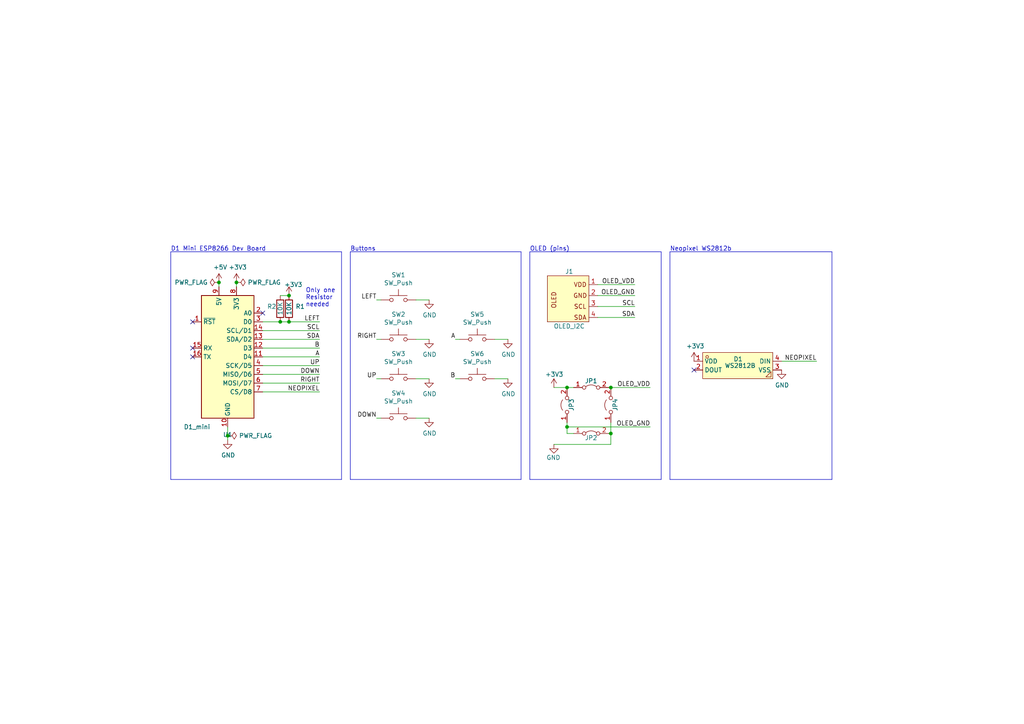
<source format=kicad_sch>
(kicad_sch (version 20230121) (generator eeschema)
  (paper "A4")
  (title_block (title "Hackheld Vega II") (date "2023-02-26") (rev "1") (company "Spacehuhn Technologies") (comment 1 "Designed with <3 by Stefan"))
  (lib_symbols
    (symbol "Device:R" (pin_numbers hide) (pin_names (offset 0))
      (property "Reference" "R" (at 2.032 0 90))
      (property "Value" "R" (at 0 0 90))
      (symbol "R_0_1"
        (rectangle (start -1.016 -2.54) (end 1.016 2.54) (stroke (width 0.254)))
      )
      (symbol "R_1_1"
        (pin passive line (at 0 3.81 270) (length 1.27) (name "~") (number "1"))
        (pin passive line (at 0 -3.81 90) (length 1.27) (name "~") (number "2"))
      )
    )
    (symbol "_mykicadlib:D1_Mini_ESP8266"
      (property "Reference" "U1" (at 0 -22.5806 0))
      (property "Value" "D1_mini" (at -8.89 -20.32 0))
      (symbol "D1_Mini_ESP8266_1_1"
        (rectangle (start -7.62 17.78) (end 7.62 -17.78) (stroke (width 0.254)) (fill (type background)))
        (pin input line (at -10.16 10.16 0) (length 2.54) (name "~{RST}") (number "1"))
        (pin power_in line (at 0 -20.32 90) (length 2.54) (name "GND") (number "10"))
        (pin bidirectional line (at 10.16 0 180) (length 2.54) (name "D4") (number "11"))
        (pin bidirectional line (at 10.16 2.54 180) (length 2.54) (name "D3") (number "12"))
        (pin bidirectional line (at 10.16 5.08 180) (length 2.54) (name "SDA/D2") (number "13"))
        (pin bidirectional line (at 10.16 7.62 180) (length 2.54) (name "SCL/D1") (number "14"))
        (pin input line (at -10.16 2.54 0) (length 2.54) (name "RX") (number "15"))
        (pin output line (at -10.16 0 0) (length 2.54) (name "TX") (number "16"))
        (pin input line (at 10.16 12.7 180) (length 2.54) (name "A0") (number "2"))
        (pin bidirectional line (at 10.16 10.16 180) (length 2.54) (name "D0") (number "3"))
        (pin bidirectional line (at 10.16 -2.54 180) (length 2.54) (name "SCK/D5") (number "4"))
        (pin bidirectional line (at 10.16 -5.08 180) (length 2.54) (name "MISO/D6") (number "5"))
        (pin bidirectional line (at 10.16 -7.62 180) (length 2.54) (name "MOSI/D7") (number "6"))
        (pin bidirectional line (at 10.16 -10.16 180) (length 2.54) (name "CS/D8") (number "7"))
        (pin power_out line (at 2.54 20.32 270) (length 2.54) (name "3V3") (number "8"))
        (pin power_in line (at -2.54 20.32 270) (length 2.54) (name "5V") (number "9"))
      )
    )
    (symbol "_mykicadlib:Jumper_Bridged" (pin_names (offset 0) hide) (in_bom no)
      (property "Reference" "JP2" (at 0 1.905 0))
      (symbol "Jumper_Bridged_0_0"
        (circle (center -2.032 0) (radius 0.508))
        (circle (center 2.032 0) (radius 0.508))
      )
      (symbol "Jumper_Bridged_0_1"
        (arc (start 1.524 0.254) (mid 0 0.762) (end -1.524 0.254))
      )
      (symbol "Jumper_Bridged_1_1"
        (pin passive line (at -5.08 0 0) (length 2.54) (name "A") (number "1"))
        (pin passive line (at 5.08 0 180) (length 2.54) (name "B") (number "2"))
      )
    )
    (symbol "_mykicadlib:Jumper_Open" (pin_names (offset 0) hide) (in_bom no)
      (property "Reference" "JP" (at 0 2.794 0))
      (symbol "Jumper_Open_0_0"
        (circle (center -2.032 0) (radius 0.508))
        (circle (center 2.032 0) (radius 0.508))
      )
      (symbol "Jumper_Open_0_1"
        (arc (start 1.524 1.27) (mid 0 1.778) (end -1.524 1.27))
      )
      (symbol "Jumper_Open_1_1"
        (pin passive line (at -5.08 0 0) (length 2.54) (name "A") (number "1"))
        (pin passive line (at 5.08 0 180) (length 2.54) (name "B") (number "2"))
      )
    )
    (symbol "_mykicadlib:OLED_I2C" (pin_names (offset 1.016) hide)
      (property "Reference" "J" (at 0 8.255 0))
      (property "Value" "OLED_I2C" (at 0 -7.62 0))
      (symbol "OLED_I2C_0_1"
        (rectangle (start -6.35 6.985) (end 5.715 -6.35) (fill (type background)))
        (text "GND" (at 3.175 1.27 0) (effects (font (size 1.27 1.27))))
        (text "OLED" (at -4.445 0 900) (effects (font (size 1.27 1.27))))
        (text "SCL" (at 3.175 -1.905 0) (effects (font (size 1.27 1.27))))
        (text "SDA" (at 3.175 -5.08 0) (effects (font (size 1.27 1.27))))
        (text "VDD" (at 3.175 4.445 0) (effects (font (size 1.27 1.27))))
      )
      (symbol "OLED_I2C_1_1"
        (pin power_in line (at 8.255 4.445 180) (length 2.54) (name "VDD") (number "1"))
        (pin power_in line (at 8.255 1.27 180) (length 2.54) (name "GND") (number "2"))
        (pin input line (at 8.255 -1.905 180) (length 2.54) (name "SCL") (number "3"))
        (pin input line (at 8.255 -5.08 180) (length 2.54) (name "SDA") (number "4"))
      )
    )
    (symbol "_mykicadlib:SW_TC-1102_6mm_THT" (pin_numbers hide) (pin_names (offset 1.016) hide)
      (property "Reference" "SW" (at 1.27 2.54 0))
      (property "Value" "Button_6mm_THT" (at 0 -1.524 0))
      (symbol "SW_TC-1102_6mm_THT_0_1"
        (circle (center -2.032 0) (radius 0.508))
        (polyline (pts (xy 0 1.27) (xy 0 3.048)))
        (polyline (pts (xy 2.54 1.27) (xy -2.54 1.27)))
        (circle (center 2.032 0) (radius 0.508))
        (pin passive line (at -5.08 0 0) (length 2.54) (name "A") (number "1"))
        (pin passive line (at 5.08 0 180) (length 2.54) (name "B") (number "2"))
      )
    )
    (symbol "_mykicadlib:WS2812B-5050"
      (property "Reference" "D1" (at -1.27 1.905 0))
      (property "Value" "WS2812B" (at -3.81 0 0))
      (symbol "WS2812B-5050_0_1"
        (rectangle (start -10.16 3.81) (end 10.16 -3.81) (fill (type background)))
        (circle (center -8.89 2.54) (radius 0.38))
        (polyline (pts (xy 9.65 -1.78) (xy 9.65 -3.3) (xy 8.13 -3.3) (xy 9.65 -1.78)) (fill (type background)))
        (pin unspecified line (at -12.7 1.27 0) (length 2.54) (name "VDD") (number "1"))
        (pin unspecified line (at -12.7 -1.27 0) (length 2.54) (name "DOUT") (number "2"))
        (pin unspecified line (at 12.7 -1.27 180) (length 2.54) (name "VSS") (number "3"))
        (pin unspecified line (at 12.7 1.27 180) (length 2.54) (name "DIN") (number "4"))
      )
    )
    (symbol "power:+3V3" (power) (pin_names (offset 0))
      (property "Value" "+3V3" (at 0 3.556 0))
      (symbol "+3V3_0_1"
        (polyline (pts (xy -0.762 1.27) (xy 0 2.54)))
        (polyline (pts (xy 0 0) (xy 0 2.54)))
        (polyline (pts (xy 0 2.54) (xy 0.762 1.27)))
      )
      (symbol "+3V3_1_1"
        (pin power_in line (at 0 0 90) (length 0) hide (name "+3V3") (number "1"))
      )
    )
    (symbol "power:+5V" (power) (pin_names (offset 0))
      (property "Value" "+5V" (at 0 3.556 0))
      (symbol "+5V_0_1"
        (polyline (pts (xy -0.762 1.27) (xy 0 2.54)))
        (polyline (pts (xy 0 0) (xy 0 2.54)))
        (polyline (pts (xy 0 2.54) (xy 0.762 1.27)))
      )
      (symbol "+5V_1_1"
        (pin power_in line (at 0 0 90) (length 0) hide (name "+5V") (number "1"))
      )
    )
    (symbol "power:GND" (power) (pin_names (offset 0))
      (property "Value" "GND" (at 0 -3.81 0))
      (symbol "GND_0_1"
        (polyline (pts (xy 0 0) (xy 0 -1.27) (xy 1.27 -1.27) (xy 0 -2.54) (xy -1.27 -1.27) (xy 0 -1.27)))
      )
      (symbol "GND_1_1"
        (pin power_in line (at 0 0 270) (length 0) hide (name "GND") (number "1"))
      )
    )
    (symbol "power:PWR_FLAG" (power) (pin_numbers hide) (pin_names (offset 0) hide)
      (property "Value" "PWR_FLAG" (at 0 3.81 0))
      (symbol "PWR_FLAG_0_0"
        (pin power_out line (at 0 0 90) (length 0) (name "pwr") (number "1"))
      )
      (symbol "PWR_FLAG_0_1"
        (polyline (pts (xy 0 0) (xy 0 1.27) (xy -1.016 1.905) (xy 0 2.54) (xy 1.016 1.905) (xy 0 1.27)))
      )
    )
  )
  (junction (at 81.28 93.345))
  (junction (at 83.82 85.725))
  (junction (at 177.165 125.73))
  (junction (at 177.165 112.395))
  (junction (at 68.58 81.915))
  (junction (at 164.465 123.825))
  (junction (at 63.5 81.915))
  (junction (at 164.465 112.395))
  (junction (at 83.82 93.345))
  (junction (at 66.04 126.365))
  (no_connect (at 55.88 93.345))
  (no_connect (at 201.295 107.315))
  (no_connect (at 55.88 100.965))
  (no_connect (at 55.88 103.505))
  (no_connect (at 76.2 90.805))
  (wire (pts (xy 176.53 112.395) (xy 177.165 112.395)))
  (polyline (pts (xy 101.6 73.025) (xy 151.13 73.025)))
  (wire (pts (xy 76.2 98.425) (xy 92.71 98.425)))
  (wire (pts (xy 147.32 98.425) (xy 143.51 98.425)))
  (wire (pts (xy 66.04 127.635) (xy 66.04 126.365)))
  (polyline (pts (xy 99.06 73.025) (xy 99.06 139.065)))
  (wire (pts (xy 173.355 92.075) (xy 184.15 92.075)))
  (polyline (pts (xy 151.13 73.025) (xy 151.13 139.065)))
  (polyline (pts (xy 151.13 139.065) (xy 101.6 139.065)))
  (wire (pts (xy 164.465 123.825) (xy 164.465 122.555)))
  (polyline (pts (xy 153.67 139.065) (xy 191.77 139.065)))
  (wire (pts (xy 83.82 93.345) (xy 92.71 93.345)))
  (wire (pts (xy 176.53 125.73) (xy 177.165 125.73)))
  (polyline (pts (xy 153.67 73.025) (xy 153.67 139.065)))
  (polyline (pts (xy 59.69 73.025) (xy 60.325 73.025)))
  (wire (pts (xy 124.46 86.995) (xy 120.65 86.995)))
  (wire (pts (xy 133.35 109.855) (xy 132.08 109.855)))
  (wire (pts (xy 173.355 85.725) (xy 184.15 85.725)))
  (wire (pts (xy 173.355 82.55) (xy 184.15 82.55)))
  (wire (pts (xy 63.5 83.185) (xy 63.5 81.915)))
  (wire (pts (xy 76.2 113.665) (xy 92.71 113.665)))
  (wire (pts (xy 177.165 122.555) (xy 177.165 125.73)))
  (wire (pts (xy 226.695 104.775) (xy 236.855 104.775)))
  (wire (pts (xy 124.46 98.425) (xy 120.65 98.425)))
  (wire (pts (xy 160.655 112.395) (xy 164.465 112.395)))
  (wire (pts (xy 164.465 112.395) (xy 166.37 112.395)))
  (wire (pts (xy 173.355 88.9) (xy 184.15 88.9)))
  (polyline (pts (xy 49.53 73.025) (xy 59.69 73.025)))
  (wire (pts (xy 66.04 126.365) (xy 66.04 123.825)))
  (wire (pts (xy 164.465 125.73) (xy 166.37 125.73)))
  (wire (pts (xy 133.35 98.425) (xy 132.08 98.425)))
  (wire (pts (xy 164.465 125.73) (xy 164.465 123.825)))
  (polyline (pts (xy 59.69 73.025) (xy 99.06 73.025)))
  (wire (pts (xy 76.2 100.965) (xy 92.71 100.965)))
  (polyline (pts (xy 191.77 139.065) (xy 191.77 73.025)))
  (wire (pts (xy 76.2 95.885) (xy 92.71 95.885)))
  (polyline (pts (xy 194.31 73.025) (xy 194.31 139.065)))
  (wire (pts (xy 124.46 109.855) (xy 120.65 109.855)))
  (wire (pts (xy 76.2 93.345) (xy 81.28 93.345)))
  (polyline (pts (xy 101.6 139.065) (xy 101.6 73.025)))
  (polyline (pts (xy 99.06 139.065) (xy 49.53 139.065)))
  (wire (pts (xy 147.32 109.855) (xy 143.51 109.855)))
  (polyline (pts (xy 49.53 139.065) (xy 49.53 73.025)))
  (wire (pts (xy 110.49 98.425) (xy 109.22 98.425)))
  (wire (pts (xy 76.2 108.585) (xy 92.71 108.585)))
  (polyline (pts (xy 194.31 139.065) (xy 241.3 139.065)))
  (polyline (pts (xy 241.3 139.065) (xy 241.3 73.025)))
  (wire (pts (xy 177.165 125.73) (xy 177.165 128.905)))
  (wire (pts (xy 124.46 121.285) (xy 120.65 121.285)))
  (wire (pts (xy 68.58 83.185) (xy 68.58 81.915)))
  (wire (pts (xy 81.28 85.725) (xy 83.82 85.725)))
  (wire (pts (xy 110.49 86.995) (xy 109.22 86.995)))
  (wire (pts (xy 76.2 106.045) (xy 92.71 106.045)))
  (polyline (pts (xy 194.31 73.025) (xy 241.3 73.025)))
  (wire (pts (xy 110.49 121.285) (xy 109.22 121.285)))
  (wire (pts (xy 160.655 128.905) (xy 177.165 128.905)))
  (wire (pts (xy 177.165 112.395) (xy 188.595 112.395)))
  (wire (pts (xy 81.28 93.345) (xy 83.82 93.345)))
  (wire (pts (xy 76.2 111.125) (xy 92.71 111.125)))
  (wire (pts (xy 76.2 103.505) (xy 92.71 103.505)))
  (polyline (pts (xy 191.77 73.025) (xy 153.67 73.025)))
  (wire (pts (xy 164.465 123.825) (xy 188.595 123.825)))
  (wire (pts (xy 110.49 109.855) (xy 109.22 109.855)))
  (text "OLED (pins)" (at 153.67 73.025 0) (effects (font (size 1.27 1.27)) (justify left bottom)))
  (text "D1 Mini ESP8266 Dev Board" (at 49.53 73.025 0) (effects (font (size 1.27 1.27)) (justify left bottom)))
  (text "Neopixel WS2812b" (at 194.31 73.025 0) (effects (font (size 1.27 1.27)) (justify left bottom)))
  (text "Buttons" (at 101.6 73.025 0) (effects (font (size 1.27 1.27)) (justify left bottom)))
  (text "Only one \nResistor\nneeded" (at 88.646 89.154 0) (effects (font (size 1.27 1.27)) (justify left bottom)))
  (label "A" (at 92.71 103.505 180))
  (label "B" (at 92.71 100.965 180))
  (label "RIGHT" (at 109.22 98.425 180))
  (label "A" (at 132.08 98.425 180))
  (label "LEFT" (at 109.22 86.995 180))
  (label "OLED_GND" (at 188.595 123.825 180))
  (label "SDA" (at 184.15 92.075 180))
  (label "UP" (at 109.22 109.855 180))
  (label "OLED_VDD" (at 188.595 112.395 180))
  (label "SCL" (at 184.15 88.9 180))
  (label "SCL" (at 92.71 95.885 180))
  (label "UP" (at 92.71 106.045 180))
  (label "OLED_VDD" (at 184.15 82.55 180))
  (label "NEOPIXEL" (at 236.855 104.775 180))
  (label "LEFT" (at 92.71 93.345 180))
  (label "DOWN" (at 109.22 121.285 180))
  (label "DOWN" (at 92.71 108.585 180))
  (label "NEOPIXEL" (at 92.71 113.665 180))
  (label "B" (at 132.08 109.855 180))
  (label "OLED_GND" (at 184.15 85.725 180))
  (label "RIGHT" (at 92.71 111.125 180))
  (label "SDA" (at 92.71 98.425 180))
  (symbol (lib_id "_mykicadlib:OLED_I2C") (at 165.1 86.995 0) (unit 1)
    (property "Reference" "J1" (at 165.1 78.74 0))
    (property "Value" "OLED_I2C" (at 165.1 94.615 0))
    (property "Footprint" "_mykicadlib:OLED_I2C_1.3" (effects hide))
  )
  (symbol (lib_id "power:GND") (at 124.46 109.855 0) (unit 1)
    (property "Reference" "#PWR08" (effects hide))
    (property "Value" "GND" (at 124.587 114.2492 0))
  )
  (symbol (lib_id "power:GND") (at 124.46 121.285 0) (unit 1)
    (property "Reference" "#PWR09" (effects hide))
    (property "Value" "GND" (at 124.587 125.6792 0))
  )
  (symbol (lib_id "_mykicadlib:D1_Mini_ESP8266") (at 66.04 103.505 0) (unit 1)
    (property "Reference" "U1" (at 66.04 126.0856 0))
    (property "Value" "D1_mini" (at 57.15 123.825 0))
    (property "Footprint" "_mykicadlib:D1_mini_ESP8266" (effects hide))
    (property "Datasheet" "https://wiki.wemos.cc/products:d1:d1_mini#documentation" (effects hide))
  )
  (symbol (lib_id "power:GND") (at 147.32 98.425 0) (unit 1)
    (property "Reference" "#PWR06" (effects hide))
    (property "Value" "GND" (at 147.447 102.8192 0))
  )
  (symbol (lib_id "power:GND") (at 147.32 109.855 0) (unit 1)
    (property "Reference" "#PWR07" (effects hide))
    (property "Value" "GND" (at 147.447 114.2492 0))
  )
  (symbol (lib_id "power:GND") (at 124.46 98.425 0) (unit 1)
    (property "Reference" "#PWR05" (effects hide))
    (property "Value" "GND" (at 124.587 102.8192 0))
  )
  (symbol (lib_id "power:GND") (at 124.46 86.995 0) (unit 1)
    (property "Reference" "#PWR04" (effects hide))
    (property "Value" "GND" (at 124.587 91.3892 0))
  )
  (symbol (lib_id "power:GND") (at 160.655 128.905 0) (unit 1)
    (property "Reference" "#PWR011" (effects hide))
    (property "Value" "GND" (at 162.56 132.715 0) (effects (justify right)))
  )
  (symbol (lib_id "power:+3V3") (at 160.655 112.395 0) (unit 1)
    (property "Reference" "#PWR010" (effects hide))
    (property "Value" "+3V3" (at 158.115 108.585 0) (effects (justify left)))
  )
  (symbol (lib_id "_mykicadlib:WS2812B-5050") (at 213.995 106.045 0) (unit 1)
    (property "Reference" "D1" (at 212.725 104.14 0) (effects (justify left)))
    (property "Value" "WS2812B" (at 210.185 106.045 0) (effects (justify left)))
    (property "Footprint" "_mykicadlib:LED-SMD_4P-L5.0-W5.0-BL_TC5050RGB-handsolder" (effects hide))
    (property "Datasheet" "https://lcsc.com/product-detail/Light-Emitting-Diodes-LED_5050-RGBIntegrated-Light-4Pin_C114586.html" (effects hide))
    (property "MPN" "C114586" (effects hide))
  )
  (symbol (lib_id "power:GND") (at 226.695 107.315 0) (unit 1)
    (property "Reference" "#PWR013" (effects hide))
    (property "Value" "GND" (at 226.822 111.7092 0))
  )
  (symbol (lib_id "_mykicadlib:SW_TC-1102_6mm_THT") (at 115.57 86.995 0) (unit 1)
    (property "Reference" "SW1" (at 115.57 79.756 0))
    (property "Value" "SW_Push" (at 115.57 82.0674 0))
    (property "Footprint" "_mykicadlib:SW-KEY-TH_4P-L6.0-W6.0-P4.50-LS6.5" (effects hide))
    (property "Datasheet" "https://datasheet.lcsc.com/lcsc/2110151630_XKB-Connectivity-TC-1102-B-C-B_C381013.pdf" (effects hide))
    (property "LCSC Part" "C381013" (effects hide))
    (property "MPN" "C381013" (effects hide))
  )
  (symbol (lib_id "_mykicadlib:SW_TC-1102_6mm_THT") (at 115.57 98.425 0) (unit 1)
    (property "Reference" "SW2" (at 115.57 91.186 0))
    (property "Value" "SW_Push" (at 115.57 93.4974 0))
    (property "Footprint" "_mykicadlib:SW-KEY-TH_4P-L6.0-W6.0-P4.50-LS6.5" (effects hide))
    (property "Datasheet" "https://datasheet.lcsc.com/lcsc/2110151630_XKB-Connectivity-TC-1102-B-C-B_C381013.pdf" (effects hide))
    (property "LCSC Part" "C381013" (effects hide))
    (property "MPN" "C381013" (effects hide))
  )
  (symbol (lib_id "_mykicadlib:SW_TC-1102_6mm_THT") (at 115.57 121.285 0) (unit 1)
    (property "Reference" "SW4" (at 115.57 114.046 0))
    (property "Value" "SW_Push" (at 115.57 116.3574 0))
    (property "Footprint" "_mykicadlib:SW-KEY-TH_4P-L6.0-W6.0-P4.50-LS6.5" (effects hide))
    (property "Datasheet" "https://datasheet.lcsc.com/lcsc/2110151630_XKB-Connectivity-TC-1102-B-C-B_C381013.pdf" (effects hide))
    (property "LCSC Part" "C381013" (effects hide))
    (property "MPN" "C381013" (effects hide))
  )
  (symbol (lib_id "_mykicadlib:SW_TC-1102_6mm_THT") (at 115.57 109.855 0) (unit 1)
    (property "Reference" "SW3" (at 115.57 102.616 0))
    (property "Value" "SW_Push" (at 115.57 104.9274 0))
    (property "Footprint" "_mykicadlib:SW-KEY-TH_4P-L6.0-W6.0-P4.50-LS6.5" (effects hide))
    (property "Datasheet" "https://datasheet.lcsc.com/lcsc/2110151630_XKB-Connectivity-TC-1102-B-C-B_C381013.pdf" (effects hide))
    (property "LCSC Part" "C381013" (effects hide))
    (property "MPN" "C381013" (effects hide))
  )
  (symbol (lib_id "_mykicadlib:SW_TC-1102_6mm_THT") (at 138.43 98.425 0) (unit 1)
    (property "Reference" "SW5" (at 138.43 91.186 0))
    (property "Value" "SW_Push" (at 138.43 93.4974 0))
    (property "Footprint" "_mykicadlib:SW-KEY-TH_4P-L6.0-W6.0-P4.50-LS6.5" (effects hide))
    (property "Datasheet" "https://datasheet.lcsc.com/lcsc/2110151630_XKB-Connectivity-TC-1102-B-C-B_C381013.pdf" (effects hide))
    (property "MPN" "C381013" (effects hide))
  )
  (symbol (lib_id "_mykicadlib:SW_TC-1102_6mm_THT") (at 138.43 109.855 0) (unit 1)
    (property "Reference" "SW6" (at 138.43 102.616 0))
    (property "Value" "SW_Push" (at 138.43 104.9274 0))
    (property "Footprint" "_mykicadlib:SW-KEY-TH_4P-L6.0-W6.0-P4.50-LS6.5" (effects hide))
    (property "Datasheet" "https://datasheet.lcsc.com/lcsc/2110151630_XKB-Connectivity-TC-1102-B-C-B_C381013.pdf" (effects hide))
    (property "LCSC Part" "C381013" (effects hide))
    (property "MPN" "C381013" (effects hide))
  )
  (symbol (lib_id "power:+5V") (at 63.5 81.915 0) (unit 1)
    (property "Reference" "#PWR016" (effects hide))
    (property "Value" "+5V" (at 63.881 77.5208 0))
  )
  (symbol (lib_id "power:GND") (at 66.04 127.635 0) (unit 1)
    (property "Reference" "#PWR017" (effects hide))
    (property "Value" "GND" (at 66.167 132.0292 0))
  )
  (symbol (lib_id "power:PWR_FLAG") (at 63.5 81.915 90) (unit 1)
    (property "Reference" "#FLG01" (effects hide))
    (property "Value" "PWR_FLAG" (at 60.2742 81.915 90) (effects (justify left)))
  )
  (symbol (lib_id "power:PWR_FLAG") (at 66.04 126.365 270) (unit 1)
    (property "Reference" "#FLG02" (effects hide))
    (property "Value" "PWR_FLAG" (at 69.2912 126.365 90) (effects (justify left)))
  )
  (symbol (lib_id "power:PWR_FLAG") (at 68.58 81.915 270) (unit 1)
    (property "Reference" "#FLG03" (effects hide))
    (property "Value" "PWR_FLAG" (at 71.8312 81.915 90) (effects (justify left)))
  )
  (symbol (lib_id "power:+3V3") (at 68.58 81.915 0) (unit 1)
    (property "Reference" "#PWR018" (effects hide))
    (property "Value" "+3V3" (at 68.961 77.5208 0))
  )
  (symbol (lib_id "_mykicadlib:Jumper_Open") (at 164.465 117.475 90) (unit 1) (in_bom no)
    (property "Reference" "JP3" (at 165.735 115.57 0) (effects (justify right)))
    (property "Value" "Jumper_2_Open" (effects hide))
    (property "Footprint" "_mykicadlib:SolderJumper_Open" (effects hide))
  )
  (symbol (lib_id "_mykicadlib:Jumper_Bridged") (at 171.45 125.73 0) (unit 1) (in_bom no)
    (property "Reference" "JP2" (at 171.45 127 0))
    (property "Value" "Jumper_2_Bridged" (effects hide))
    (property "Footprint" "_mykicadlib:Bridge" (effects hide))
  )
  (symbol (lib_id "power:+3V3") (at 201.295 104.775 0) (unit 1)
    (property "Reference" "#PWR012" (effects hide))
    (property "Value" "+3V3" (at 201.676 100.3808 0))
  )
  (symbol (lib_id "Device:R") (at 81.28 89.535 0) (unit 1)
    (property "Reference" "R2" (at 77.47 88.9 0) (effects (justify left)))
    (property "Value" "10K" (at 81.28 91.44 90) (effects (justify left)))
    (property "Footprint" "Resistor_THT:R_Axial_DIN0204_L3.6mm_D1.6mm_P7.62mm_Horizontal" (effects hide))
  )
  (symbol (lib_id "_mykicadlib:Jumper_Bridged") (at 171.45 112.395 0) (unit 1) (in_bom no)
    (property "Reference" "JP1" (at 171.45 110.49 0))
    (property "Value" "Jumper_2_Bridged" (effects hide))
    (property "Footprint" "_mykicadlib:Bridge" (effects hide))
  )
  (symbol (lib_id "power:+3V3") (at 83.82 85.725 0) (unit 1)
    (property "Reference" "#PWR01" (effects hide))
    (property "Value" "+3V3" (at 85.09 82.55 0))
  )
  (symbol (lib_id "Device:R") (at 83.82 89.535 0) (unit 1)
    (property "Reference" "R1" (at 85.725 88.9 0) (effects (justify left)))
    (property "Value" "10K" (at 83.82 91.44 90) (effects (justify left)))
    (property "Footprint" "Resistor_SMD:R_1206_3216Metric_Pad1.30x1.75mm_HandSolder" (effects hide))
  )
  (symbol (lib_id "_mykicadlib:Jumper_Open") (at 177.165 117.475 90) (unit 1) (in_bom no)
    (property "Reference" "JP4" (at 178.435 115.57 0) (effects (justify right)))
    (property "Value" "Jumper_2_Open" (effects hide))
    (property "Footprint" "_mykicadlib:SolderJumper_Open" (effects hide))
  )
)
</source>
